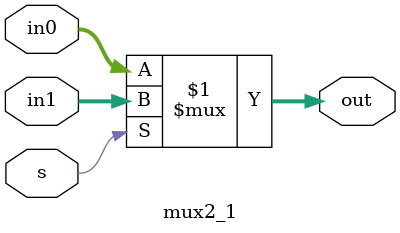
<source format=v>
module mux2_1(in0, in1, s, out);
input [7:0]in0; 
input [7:0]in1;
input s;
output [7:0]out;


assign out = s ? in1 : in0; // ? is the ternary operator

endmodule 

</source>
